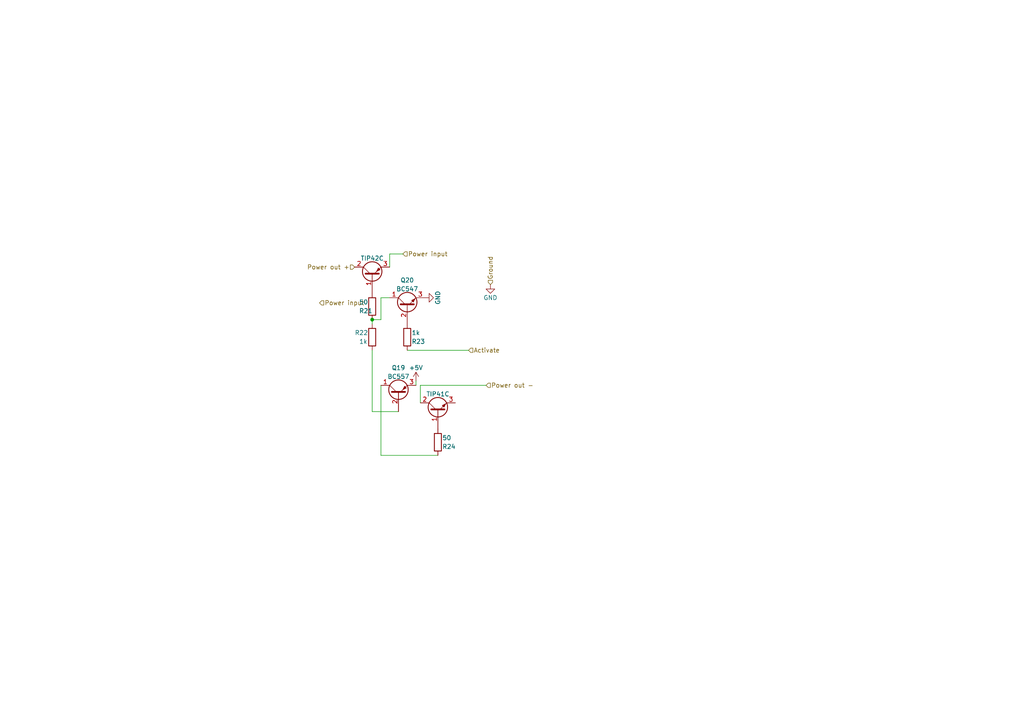
<source format=kicad_sch>
(kicad_sch (version 20230121) (generator eeschema)
  (paper "A4")
  (lib_symbols
    (symbol "Device:R" (pin_numbers hide) (pin_names (offset 0))
      (property "Reference" "R" (at 2.032 0 90))
      (property "Value" "R" (at 0 0 90))
      (symbol "R_0_1"
        (rectangle (start -1.016 -2.54) (end 1.016 2.54) (stroke (width 0.254)))
      )
      (symbol "R_1_1"
        (pin passive line (at 0 3.81 270) (length 1.27) (name "~") (number "1"))
        (pin passive line (at 0 -3.81 90) (length 1.27) (name "~") (number "2"))
      )
    )
    (symbol "Transistor_BJT:BC547" (pin_names (offset 0) hide)
      (property "Reference" "Q" (at 5.08 1.905 0))
      (property "Value" "BC547" (at 5.08 0 0))
      (symbol "BC547_0_1"
        (polyline (pts (xy 0 0) (xy 0.635 0)))
        (polyline (pts (xy 0.635 0.635) (xy 2.54 2.54)))
        (polyline (pts (xy 0.635 -0.635) (xy 2.54 -2.54) (xy 2.54 -2.54)))
        (polyline (pts (xy 0.635 1.905) (xy 0.635 -1.905) (xy 0.635 -1.905)) (stroke (width 0.508)))
        (polyline (pts (xy 1.27 -1.778) (xy 1.778 -1.27) (xy 2.286 -2.286) (xy 1.27 -1.778) (xy 1.27 -1.778)) (fill (type outline)))
        (circle (center 1.27 0) (radius 2.8194) (stroke (width 0.254)))
      )
      (symbol "BC547_1_1"
        (pin passive line (at 2.54 5.08 270) (length 2.54) (name "C") (number "1"))
        (pin input line (at -5.08 0 0) (length 5.08) (name "B") (number "2"))
        (pin passive line (at 2.54 -5.08 90) (length 2.54) (name "E") (number "3"))
      )
    )
    (symbol "Transistor_BJT:BC557" (pin_names (offset 0) hide)
      (property "Reference" "Q" (at 5.08 1.905 0))
      (property "Value" "BC557" (at 5.08 0 0))
      (symbol "BC557_0_1"
        (polyline (pts (xy 0.635 0.635) (xy 2.54 2.54)))
        (polyline (pts (xy 0.635 -0.635) (xy 2.54 -2.54) (xy 2.54 -2.54)))
        (polyline (pts (xy 0.635 1.905) (xy 0.635 -1.905) (xy 0.635 -1.905)) (stroke (width 0.508)))
        (polyline (pts (xy 2.286 -1.778) (xy 1.778 -2.286) (xy 1.27 -1.27) (xy 2.286 -1.778) (xy 2.286 -1.778)) (fill (type outline)))
        (circle (center 1.27 0) (radius 2.8194) (stroke (width 0.254)))
      )
      (symbol "BC557_1_1"
        (pin passive line (at 2.54 5.08 270) (length 2.54) (name "C") (number "1"))
        (pin input line (at -5.08 0 0) (length 5.715) (name "B") (number "2"))
        (pin passive line (at 2.54 -5.08 90) (length 2.54) (name "E") (number "3"))
      )
    )
    (symbol "Transistor_BJT:TIP41C" (pin_names (offset 0) hide)
      (property "Reference" "Q" (at 6.35 1.905 0))
      (property "Value" "TIP41C" (at 6.35 0 0))
      (symbol "TIP41C_0_1"
        (polyline (pts (xy 0.635 0.635) (xy 2.54 2.54)))
        (polyline (pts (xy 0.635 -0.635) (xy 2.54 -2.54) (xy 2.54 -2.54)))
        (polyline (pts (xy 0.635 1.905) (xy 0.635 -1.905) (xy 0.635 -1.905)) (stroke (width 0.508)))
        (polyline (pts (xy 1.27 -1.778) (xy 1.778 -1.27) (xy 2.286 -2.286) (xy 1.27 -1.778) (xy 1.27 -1.778)) (fill (type outline)))
        (circle (center 1.27 0) (radius 2.8194) (stroke (width 0.254)))
      )
      (symbol "TIP41C_1_1"
        (pin input line (at -5.08 0 0) (length 5.715) (name "B") (number "1"))
        (pin passive line (at 2.54 5.08 270) (length 2.54) (name "C") (number "2"))
        (pin passive line (at 2.54 -5.08 90) (length 2.54) (name "E") (number "3"))
      )
    )
    (symbol "Transistor_BJT:TIP42C" (pin_names (offset 0) hide)
      (property "Reference" "Q" (at 6.35 1.905 0))
      (property "Value" "TIP42C" (at 6.35 0 0))
      (symbol "TIP42C_0_1"
        (polyline (pts (xy 0.635 0.635) (xy 2.54 2.54)))
        (polyline (pts (xy 0.635 -0.635) (xy 2.54 -2.54) (xy 2.54 -2.54)))
        (polyline (pts (xy 0.635 1.905) (xy 0.635 -1.905) (xy 0.635 -1.905)) (stroke (width 0.508)))
        (polyline (pts (xy 2.286 -1.778) (xy 1.778 -2.286) (xy 1.27 -1.27) (xy 2.286 -1.778) (xy 2.286 -1.778)) (fill (type outline)))
        (circle (center 1.27 0) (radius 2.8194) (stroke (width 0.254)))
      )
      (symbol "TIP42C_1_1"
        (pin input line (at -5.08 0 0) (length 5.715) (name "B") (number "1"))
        (pin passive line (at 2.54 5.08 270) (length 2.54) (name "C") (number "2"))
        (pin passive line (at 2.54 -5.08 90) (length 2.54) (name "E") (number "3"))
      )
    )
    (symbol "power:+5V" (power) (pin_names (offset 0))
      (property "Value" "+5V" (at 0 3.556 0))
      (symbol "+5V_0_1"
        (polyline (pts (xy -0.762 1.27) (xy 0 2.54)))
        (polyline (pts (xy 0 0) (xy 0 2.54)))
        (polyline (pts (xy 0 2.54) (xy 0.762 1.27)))
      )
      (symbol "+5V_1_1"
        (pin power_in line (at 0 0 90) (length 0) hide (name "+5V") (number "1"))
      )
    )
    (symbol "power:GND" (power) (pin_names (offset 0))
      (property "Value" "GND" (at 0 -3.81 0))
      (symbol "GND_0_1"
        (polyline (pts (xy 0 0) (xy 0 -1.27) (xy 1.27 -1.27) (xy 0 -2.54) (xy -1.27 -1.27) (xy 0 -1.27)))
      )
      (symbol "GND_1_1"
        (pin power_in line (at 0 0 270) (length 0) hide (name "GND") (number "1"))
      )
    )
  )
  (junction (at 107.95 92.71))
  (wire (pts (xy 118.11 101.6) (xy 135.89 101.6)))
  (wire (pts (xy 107.95 119.38) (xy 115.57 119.38)))
  (wire (pts (xy 113.03 73.66) (xy 113.03 77.47)))
  (wire (pts (xy 121.92 111.76) (xy 121.92 116.84)))
  (wire (pts (xy 110.49 86.36) (xy 113.03 86.36)))
  (wire (pts (xy 110.49 132.08) (xy 127 132.08)))
  (wire (pts (xy 107.95 119.38) (xy 107.95 101.6)))
  (wire (pts (xy 110.49 86.36) (xy 110.49 92.71)))
  (wire (pts (xy 116.84 73.66) (xy 113.03 73.66)))
  (wire (pts (xy 120.65 110.49) (xy 120.65 111.76)))
  (wire (pts (xy 107.95 93.98) (xy 107.95 92.71)))
  (wire (pts (xy 110.49 132.08) (xy 110.49 111.76)))
  (wire (pts (xy 110.49 92.71) (xy 107.95 92.71)))
  (wire (pts (xy 121.92 111.76) (xy 140.97 111.76)))
  (hierarchical_label "Power out -" (shape input) (at 140.97 111.76 0))
  (hierarchical_label "Power out +" (shape input) (at 102.87 77.47 180))
  (hierarchical_label "Power input" (shape input) (at 116.84 73.66 0))
  (hierarchical_label "Power input" (shape input) (at 92.6572 87.8452 0))
  (hierarchical_label "Activate" (shape input) (at 135.89 101.6 0))
  (hierarchical_label "Ground" (shape input) (at 142.24 82.55 90))
  (symbol (lib_id "power:GND") (at 142.24 82.55 0) (unit 1)
    (property "Reference" "#PWR032" (effects hide))
    (property "Value" "GND" (at 142.24 86.36 0))
  )
  (symbol (lib_id "Transistor_BJT:TIP42C") (at 107.95 80.01 90) (unit 1)
    (property "Reference" "Q18" (effects hide))
    (property "Value" "TIP42C" (at 107.95 74.93 90))
    (property "Footprint" "Package_TO_SOT_THT:TO-220-3_Vertical" (effects hide))
    (property "Datasheet" "https://www.centralsemi.com/get_document.php?cmp=1&mergetype=pd&mergepath=pd&pdf_id=TIP42.PDF" (effects hide))
  )
  (symbol (lib_id "Transistor_BJT:BC557") (at 115.57 114.3 90) (unit 1)
    (property "Reference" "Q19" (at 115.57 106.68 90))
    (property "Value" "BC557" (at 115.57 109.22 90))
    (property "Footprint" "Package_TO_SOT_THT:TO-92_Inline_Wide" (effects hide))
    (property "Datasheet" "https://www.onsemi.com/pub/Collateral/BC556BTA-D.pdf" (effects hide))
  )
  (symbol (lib_id "Device:R") (at 107.95 97.79 0) (unit 1)
    (property "Reference" "R22" (at 102.87 96.52 0) (effects (justify left)))
    (property "Value" "1k" (at 104.14 99.06 0) (effects (justify left)))
    (property "Footprint" "Resistor_THT:R_Axial_DIN0207_L6.3mm_D2.5mm_P10.16mm_Horizontal" (effects hide))
  )
  (symbol (lib_id "Device:R") (at 118.11 97.79 0) (unit 1)
    (property "Reference" "R23" (at 119.38 99.06 0) (effects (justify left)))
    (property "Value" "1k" (at 119.38 96.52 0) (effects (justify left)))
    (property "Footprint" "Resistor_THT:R_Axial_DIN0207_L6.3mm_D2.5mm_P10.16mm_Horizontal" (effects hide))
  )
  (symbol (lib_id "Device:R") (at 127 128.27 0) (unit 1)
    (property "Reference" "R24" (at 128.27 129.54 0) (effects (justify left)))
    (property "Value" "50" (at 128.27 127 0) (effects (justify left)))
    (property "Footprint" "Resistor_THT:R_Axial_DIN0207_L6.3mm_D2.5mm_P10.16mm_Horizontal" (effects hide))
  )
  (symbol (lib_id "Transistor_BJT:TIP41C") (at 127 119.38 90) (unit 1)
    (property "Reference" "Q21" (effects hide))
    (property "Value" "TIP41C" (at 127 114.3 90))
    (property "Footprint" "Package_TO_SOT_THT:TO-220-3_Vertical" (effects hide))
    (property "Datasheet" "https://www.centralsemi.com/get_document.php?cmp=1&mergetype=pd&mergepath=pd&pdf_id=tip41.PDF" (effects hide))
  )
  (symbol (lib_id "power:+5V") (at 120.65 110.49 0) (unit 1)
    (property "Reference" "#PWR030" (effects hide))
    (property "Value" "+5V" (at 120.65 106.68 0))
  )
  (symbol (lib_id "Device:R") (at 107.95 88.9 0) (unit 1)
    (property "Reference" "R21" (at 104.14 90.17 0) (effects (justify left)))
    (property "Value" "50" (at 104.14 87.63 0) (effects (justify left)))
    (property "Footprint" "Resistor_THT:R_Axial_DIN0207_L6.3mm_D2.5mm_P10.16mm_Horizontal" (effects hide))
  )
  (symbol (lib_id "power:GND") (at 123.19 86.36 90) (unit 1)
    (property "Reference" "#PWR031" (effects hide))
    (property "Value" "GND" (at 127 86.36 0))
  )
  (symbol (lib_id "Transistor_BJT:BC547") (at 118.11 88.9 90) (unit 1)
    (property "Reference" "Q20" (at 118.11 81.28 90))
    (property "Value" "BC547" (at 118.11 83.82 90))
    (property "Footprint" "Package_TO_SOT_THT:TO-92_Inline_Wide" (effects hide))
    (property "Datasheet" "https://www.onsemi.com/pub/Collateral/BC550-D.pdf" (effects hide))
  )
)
</source>
